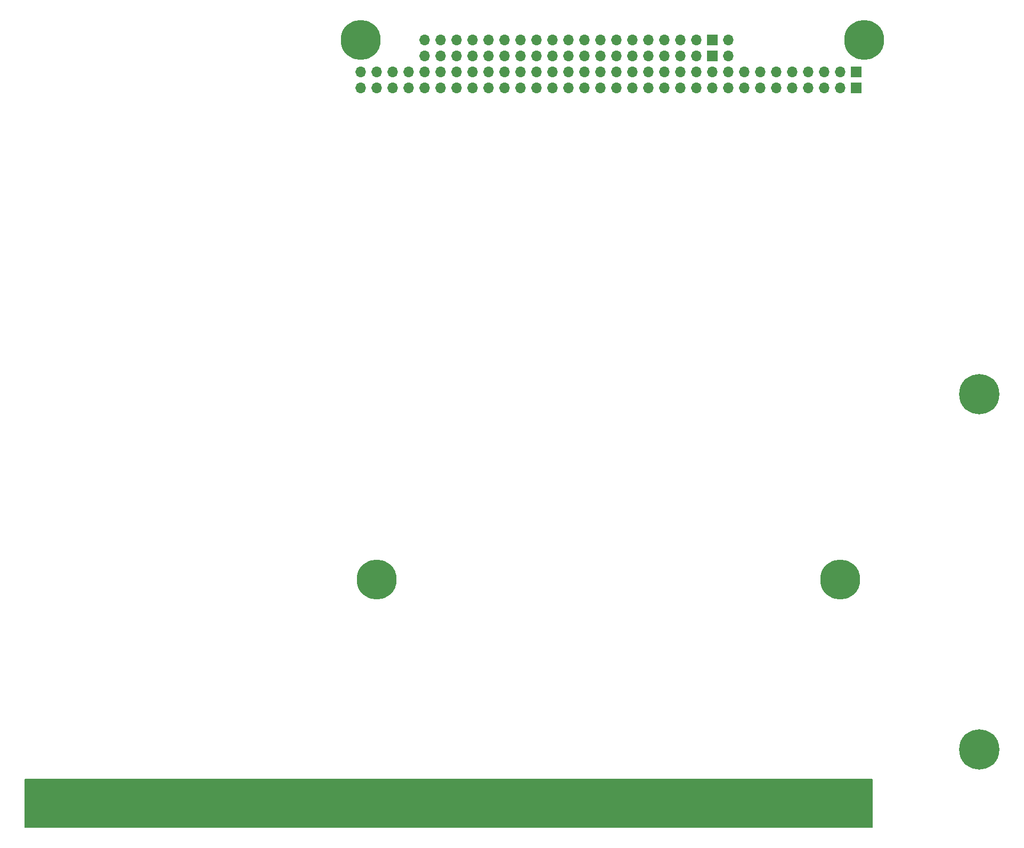
<source format=gbr>
%TF.GenerationSoftware,KiCad,Pcbnew,(7.0.0-0)*%
%TF.CreationDate,2023-03-28T15:20:12+02:00*%
%TF.ProjectId,PC104-ISA-Card,50433130-342d-4495-9341-2d436172642e,rev?*%
%TF.SameCoordinates,Original*%
%TF.FileFunction,Soldermask,Bot*%
%TF.FilePolarity,Negative*%
%FSLAX46Y46*%
G04 Gerber Fmt 4.6, Leading zero omitted, Abs format (unit mm)*
G04 Created by KiCad (PCBNEW (7.0.0-0)) date 2023-03-28 15:20:12*
%MOMM*%
%LPD*%
G01*
G04 APERTURE LIST*
%ADD10C,0.200000*%
%ADD11C,0.800000*%
%ADD12C,6.400000*%
%ADD13R,1.780000X7.620000*%
%ADD14C,6.350000*%
%ADD15R,1.700000X1.700000*%
%ADD16O,1.700000X1.700000*%
G04 APERTURE END LIST*
D10*
X43420000Y-153730000D02*
X178040000Y-153730000D01*
X178040000Y-153730000D02*
X178040000Y-161350000D01*
X178040000Y-161350000D02*
X43420000Y-161350000D01*
X43420000Y-161350000D02*
X43420000Y-153730000D01*
G36*
X43420000Y-153730000D02*
G01*
X178040000Y-153730000D01*
X178040000Y-161350000D01*
X43420000Y-161350000D01*
X43420000Y-153730000D01*
G37*
D11*
%TO.C,H1*%
X192680000Y-149015000D03*
X193382944Y-147317944D03*
X193382944Y-150712056D03*
X195080000Y-146615000D03*
D12*
X195080000Y-149015000D03*
D11*
X195080000Y-151415000D03*
X196777056Y-147317944D03*
X196777056Y-150712056D03*
X197480000Y-149015000D03*
%TD*%
%TO.C,H2*%
X192680000Y-92500000D03*
X193382944Y-90802944D03*
X193382944Y-94197056D03*
X195080000Y-90100000D03*
D12*
X195080000Y-92500000D03*
D11*
X195080000Y-94900000D03*
X196777056Y-90802944D03*
X196777056Y-94197056D03*
X197480000Y-92500000D03*
%TD*%
D13*
%TO.C,J2*%
X175499999Y-157539999D03*
X172959999Y-157539999D03*
X170419999Y-157539999D03*
X167879999Y-157539999D03*
X165339999Y-157539999D03*
X162799999Y-157539999D03*
X160259999Y-157539999D03*
X157719999Y-157539999D03*
X155179999Y-157539999D03*
X152639999Y-157539999D03*
X150099999Y-157539999D03*
X147559999Y-157539999D03*
X145019999Y-157539999D03*
X142479999Y-157539999D03*
X139939999Y-157539999D03*
X137399999Y-157539999D03*
X134859999Y-157539999D03*
X132319999Y-157539999D03*
X129779999Y-157539999D03*
X127239999Y-157539999D03*
X124699999Y-157539999D03*
X122159999Y-157539999D03*
X119619999Y-157539999D03*
X117079999Y-157539999D03*
X114539999Y-157539999D03*
X111999999Y-157539999D03*
X109459999Y-157539999D03*
X106919999Y-157539999D03*
X104379999Y-157539999D03*
X101839999Y-157539999D03*
X99299999Y-157539999D03*
X89139999Y-157539999D03*
X86599999Y-157539999D03*
X84059999Y-157539999D03*
X81519999Y-157539999D03*
X78979999Y-157539999D03*
X76439999Y-157539999D03*
X73899999Y-157539999D03*
X71359999Y-157539999D03*
X68819999Y-157539999D03*
X66279999Y-157539999D03*
X63739999Y-157539999D03*
X61199999Y-157539999D03*
X58659999Y-157539999D03*
X56119999Y-157539999D03*
X53579999Y-157539999D03*
X51039999Y-157539999D03*
X48499999Y-157539999D03*
X45959999Y-157539999D03*
%TD*%
D14*
%TO.C,J1*%
X99300000Y-121980000D03*
X172960000Y-121980000D03*
X96760000Y-36250000D03*
X176770000Y-36250000D03*
D15*
X175499999Y-41329999D03*
D16*
X172959999Y-41329999D03*
X170419999Y-41329999D03*
X167879999Y-41329999D03*
X165339999Y-41329999D03*
X162799999Y-41329999D03*
X160259999Y-41329999D03*
X157719999Y-41329999D03*
X155179999Y-41329999D03*
X152639999Y-41329999D03*
X150099999Y-41329999D03*
X147559999Y-41329999D03*
X145019999Y-41329999D03*
X142479999Y-41329999D03*
X139939999Y-41329999D03*
X137399999Y-41329999D03*
X134859999Y-41329999D03*
X132319999Y-41329999D03*
X129779999Y-41329999D03*
X127239999Y-41329999D03*
X124699999Y-41329999D03*
X122159999Y-41329999D03*
X119619999Y-41329999D03*
X117079999Y-41329999D03*
X114539999Y-41329999D03*
X111999999Y-41329999D03*
X109459999Y-41329999D03*
X106919999Y-41329999D03*
X104379999Y-41329999D03*
X101839999Y-41329999D03*
X99299999Y-41329999D03*
X96759999Y-41329999D03*
D15*
X175499999Y-43869999D03*
D16*
X172959999Y-43869999D03*
X170419999Y-43869999D03*
X167879999Y-43869999D03*
X165339999Y-43869999D03*
X162799999Y-43869999D03*
X160259999Y-43869999D03*
X157719999Y-43869999D03*
X155179999Y-43869999D03*
X152639999Y-43869999D03*
X150099999Y-43869999D03*
X147559999Y-43869999D03*
X145019999Y-43869999D03*
X142479999Y-43869999D03*
X139939999Y-43869999D03*
X137399999Y-43869999D03*
X134859999Y-43869999D03*
X132319999Y-43869999D03*
X129779999Y-43869999D03*
X127239999Y-43869999D03*
X124699999Y-43869999D03*
X122159999Y-43869999D03*
X119619999Y-43869999D03*
X117079999Y-43869999D03*
X114539999Y-43869999D03*
X111999999Y-43869999D03*
X109459999Y-43869999D03*
X106919999Y-43869999D03*
X104379999Y-43869999D03*
X101839999Y-43869999D03*
X99299999Y-43869999D03*
X96759999Y-43869999D03*
X155179999Y-38789999D03*
D15*
X152639999Y-38789999D03*
D16*
X150099999Y-38789999D03*
X147559999Y-38789999D03*
X145019999Y-38789999D03*
X142479999Y-38789999D03*
X139939999Y-38789999D03*
X137399999Y-38789999D03*
X134859999Y-38789999D03*
X132319999Y-38789999D03*
X129779999Y-38789999D03*
X127239999Y-38789999D03*
X124699999Y-38789999D03*
X122159999Y-38789999D03*
X119619999Y-38789999D03*
X117079999Y-38789999D03*
X114539999Y-38789999D03*
X111999999Y-38789999D03*
X109459999Y-38789999D03*
X106919999Y-38789999D03*
X155179999Y-36249999D03*
D15*
X152639999Y-36249999D03*
D16*
X150099999Y-36249999D03*
X147559999Y-36249999D03*
X145019999Y-36249999D03*
X142479999Y-36249999D03*
X139939999Y-36249999D03*
X137399999Y-36249999D03*
X134859999Y-36249999D03*
X132319999Y-36249999D03*
X129779999Y-36249999D03*
X127239999Y-36249999D03*
X124699999Y-36249999D03*
X122159999Y-36249999D03*
X119619999Y-36249999D03*
X117079999Y-36249999D03*
X114539999Y-36249999D03*
X111999999Y-36249999D03*
X109459999Y-36249999D03*
X106919999Y-36249999D03*
%TD*%
M02*

</source>
